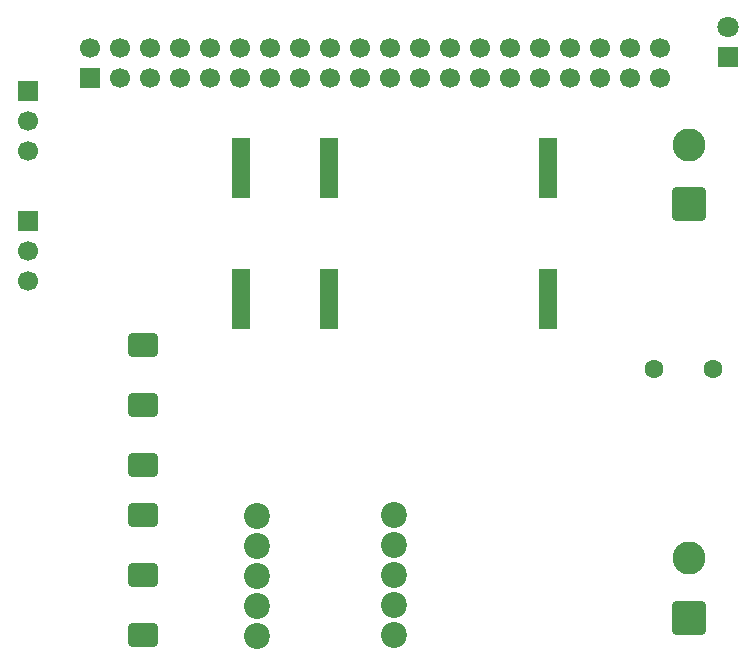
<source format=gbr>
%TF.GenerationSoftware,KiCad,Pcbnew,9.0.3*%
%TF.CreationDate,2025-08-26T20:29:16+05:30*%
%TF.ProjectId,01,30312e6b-6963-4616-945f-706362585858,rev?*%
%TF.SameCoordinates,Original*%
%TF.FileFunction,Soldermask,Bot*%
%TF.FilePolarity,Negative*%
%FSLAX46Y46*%
G04 Gerber Fmt 4.6, Leading zero omitted, Abs format (unit mm)*
G04 Created by KiCad (PCBNEW 9.0.3) date 2025-08-26 20:29:16*
%MOMM*%
%LPD*%
G01*
G04 APERTURE LIST*
G04 Aperture macros list*
%AMRoundRect*
0 Rectangle with rounded corners*
0 $1 Rounding radius*
0 $2 $3 $4 $5 $6 $7 $8 $9 X,Y pos of 4 corners*
0 Add a 4 corners polygon primitive as box body*
4,1,4,$2,$3,$4,$5,$6,$7,$8,$9,$2,$3,0*
0 Add four circle primitives for the rounded corners*
1,1,$1+$1,$2,$3*
1,1,$1+$1,$4,$5*
1,1,$1+$1,$6,$7*
1,1,$1+$1,$8,$9*
0 Add four rect primitives between the rounded corners*
20,1,$1+$1,$2,$3,$4,$5,0*
20,1,$1+$1,$4,$5,$6,$7,0*
20,1,$1+$1,$6,$7,$8,$9,0*
20,1,$1+$1,$8,$9,$2,$3,0*%
G04 Aperture macros list end*
%ADD10RoundRect,0.300000X-0.950000X-0.700000X0.950000X-0.700000X0.950000X0.700000X-0.950000X0.700000X0*%
%ADD11R,1.500000X2.550000*%
%ADD12RoundRect,0.250001X1.149999X-1.149999X1.149999X1.149999X-1.149999X1.149999X-1.149999X-1.149999X0*%
%ADD13C,2.800000*%
%ADD14R,1.700000X1.700000*%
%ADD15C,1.700000*%
%ADD16C,1.600000*%
%ADD17R,1.800000X1.800000*%
%ADD18C,1.800000*%
%ADD19C,2.200000*%
G04 APERTURE END LIST*
D10*
%TO.C,SW1*%
X81680000Y-68660000D03*
X81680000Y-73740000D03*
X81680000Y-78820000D03*
%TD*%
D11*
%TO.C,VR1*%
X115930000Y-52438000D03*
X115930000Y-54978000D03*
X115930000Y-63502000D03*
X115930000Y-66042000D03*
X97388000Y-63502000D03*
X97388000Y-66042000D03*
X97388000Y-52438000D03*
X97388000Y-54978000D03*
X89930000Y-52438000D03*
X89930000Y-54978000D03*
X89930000Y-63502000D03*
X89930000Y-66042000D03*
%TD*%
D12*
%TO.C,P2*%
X127930000Y-91740000D03*
D13*
X127930000Y-86740000D03*
%TD*%
D14*
%TO.C,RPI1*%
X77200000Y-46040000D03*
D15*
X77200000Y-43500000D03*
X79740000Y-46040000D03*
X79740000Y-43500000D03*
X82280000Y-46040000D03*
X82280000Y-43500000D03*
X84820000Y-46040000D03*
X84820000Y-43500000D03*
X87360000Y-46040000D03*
X87360000Y-43500000D03*
X89900000Y-46040000D03*
X89900000Y-43500000D03*
X92440000Y-46040000D03*
X92440000Y-43500000D03*
X94980000Y-46040000D03*
X94980000Y-43500000D03*
X97520000Y-46040000D03*
X97520000Y-43500000D03*
X100060000Y-46040000D03*
X100060000Y-43500000D03*
X102600000Y-46040000D03*
X102600000Y-43500000D03*
X105140000Y-46040000D03*
X105140000Y-43500000D03*
X107680000Y-46040000D03*
X107680000Y-43500000D03*
X110220000Y-46040000D03*
X110220000Y-43500000D03*
X112760000Y-46040000D03*
X112760000Y-43500000D03*
X115300000Y-46040000D03*
X115300000Y-43500000D03*
X117840000Y-46040000D03*
X117840000Y-43500000D03*
X120380000Y-46040000D03*
X120380000Y-43500000D03*
X122920000Y-46040000D03*
X122920000Y-43500000D03*
X125460000Y-46040000D03*
X125460000Y-43500000D03*
%TD*%
D16*
%TO.C,C1*%
X124930000Y-70740000D03*
X129930000Y-70740000D03*
%TD*%
D12*
%TO.C,P1*%
X127897500Y-56740000D03*
D13*
X127897500Y-51740000D03*
%TD*%
D10*
%TO.C,SW2*%
X81680000Y-83080000D03*
X81680000Y-88160000D03*
X81680000Y-93240000D03*
%TD*%
D17*
%TO.C,Stat*%
X131180000Y-44260000D03*
D18*
X131180000Y-41720000D03*
%TD*%
D19*
%TO.C,J2*%
X91342500Y-83160000D03*
X91342500Y-85700000D03*
X91342500Y-88240000D03*
X91342500Y-90780000D03*
X91342500Y-93320000D03*
%TD*%
D14*
%TO.C,M1*%
X71930000Y-47200000D03*
D15*
X71930000Y-49740000D03*
X71930000Y-52280000D03*
%TD*%
D19*
%TO.C,J1*%
X102930000Y-83080000D03*
X102930000Y-85620000D03*
X102930000Y-88160000D03*
X102930000Y-90700000D03*
X102930000Y-93240000D03*
%TD*%
D14*
%TO.C,M2*%
X71930000Y-58200000D03*
D15*
X71930000Y-60740000D03*
X71930000Y-63280000D03*
%TD*%
M02*

</source>
